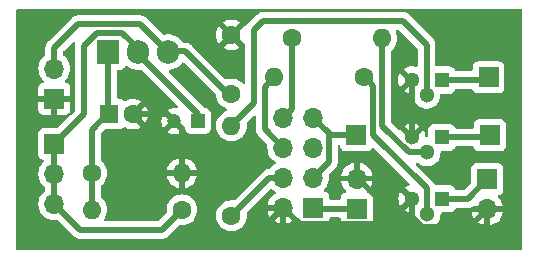
<source format=gbr>
G04 #@! TF.GenerationSoftware,KiCad,Pcbnew,7.0.10*
G04 #@! TF.CreationDate,2024-01-10T16:23:23+01:00*
G04 #@! TF.ProjectId,DeskLampCircuit,4465736b-4c61-46d7-9043-697263756974,rev?*
G04 #@! TF.SameCoordinates,PX134cdfaPY32b0130*
G04 #@! TF.FileFunction,Copper,L2,Bot*
G04 #@! TF.FilePolarity,Positive*
%FSLAX46Y46*%
G04 Gerber Fmt 4.6, Leading zero omitted, Abs format (unit mm)*
G04 Created by KiCad (PCBNEW 7.0.10) date 2024-01-10 16:23:23*
%MOMM*%
%LPD*%
G01*
G04 APERTURE LIST*
G04 #@! TA.AperFunction,ComponentPad*
%ADD10R,1.700000X1.700000*%
G04 #@! TD*
G04 #@! TA.AperFunction,ComponentPad*
%ADD11O,1.700000X1.700000*%
G04 #@! TD*
G04 #@! TA.AperFunction,ComponentPad*
%ADD12C,1.600000*%
G04 #@! TD*
G04 #@! TA.AperFunction,ComponentPad*
%ADD13O,1.600000X1.600000*%
G04 #@! TD*
G04 #@! TA.AperFunction,ComponentPad*
%ADD14R,1.300000X1.300000*%
G04 #@! TD*
G04 #@! TA.AperFunction,ComponentPad*
%ADD15C,1.300000*%
G04 #@! TD*
G04 #@! TA.AperFunction,ComponentPad*
%ADD16R,1.200000X1.200000*%
G04 #@! TD*
G04 #@! TA.AperFunction,ComponentPad*
%ADD17C,1.200000*%
G04 #@! TD*
G04 #@! TA.AperFunction,ComponentPad*
%ADD18R,1.905000X2.000000*%
G04 #@! TD*
G04 #@! TA.AperFunction,ComponentPad*
%ADD19O,1.905000X2.000000*%
G04 #@! TD*
G04 #@! TA.AperFunction,ComponentPad*
%ADD20R,1.600000X1.600000*%
G04 #@! TD*
G04 #@! TA.AperFunction,Conductor*
%ADD21C,0.500000*%
G04 #@! TD*
G04 APERTURE END LIST*
D10*
G04 #@! TO.P,J8,1,Pin_1*
G04 #@! TO.N,Net-(J8-Pin_1)*
X39927817Y5975000D03*
D11*
G04 #@! TO.P,J8,2,Pin_2*
G04 #@! TO.N,GND*
X39927817Y3435000D03*
G04 #@! TD*
D10*
G04 #@! TO.P,J1,1,Pin_1*
G04 #@! TO.N,touch*
X25189999Y3580000D03*
D11*
G04 #@! TO.P,J1,2,Pin_2*
G04 #@! TO.N,GND*
X22649999Y3580000D03*
G04 #@! TO.P,J1,3,Pin_3*
G04 #@! TO.N,+3.3V*
X25189999Y6120000D03*
G04 #@! TO.P,J1,4,Pin_4*
G04 #@! TO.N,blue*
X22649999Y6120000D03*
G04 #@! TO.P,J1,5,Pin_5*
G04 #@! TO.N,unconnected-(J1-Pin_5-Pad5)*
X25189999Y8660000D03*
G04 #@! TO.P,J1,6,Pin_6*
G04 #@! TO.N,green*
X22649999Y8660000D03*
G04 #@! TO.P,J1,7,Pin_7*
G04 #@! TO.N,+3.3V*
X25189999Y11200000D03*
G04 #@! TO.P,J1,8,Pin_8*
G04 #@! TO.N,red*
X22649999Y11200000D03*
G04 #@! TD*
D12*
G04 #@! TO.P,R4,1*
G04 #@! TO.N,Net-(Q2-B)*
X29509999Y14600000D03*
D13*
G04 #@! TO.P,R4,2*
G04 #@! TO.N,green*
X21889999Y14600000D03*
G04 #@! TD*
D12*
G04 #@! TO.P,R2,1*
G04 #@! TO.N,Net-(U1-ADJ)*
X6442182Y6500000D03*
D13*
G04 #@! TO.P,R2,2*
G04 #@! TO.N,GND*
X14062182Y6500000D03*
G04 #@! TD*
D10*
G04 #@! TO.P,J9,1,Pin_1*
G04 #@! TO.N,+3.3V*
X28834365Y9700000D03*
G04 #@! TD*
G04 #@! TO.P,J6,1,Pin_1*
G04 #@! TO.N,Net-(J6-Pin_1)*
X40027817Y14600000D03*
G04 #@! TD*
D12*
G04 #@! TO.P,R3,1*
G04 #@! TO.N,red*
X23379999Y17900000D03*
D13*
G04 #@! TO.P,R3,2*
G04 #@! TO.N,Net-(Q1-B)*
X30999999Y17900000D03*
G04 #@! TD*
D14*
G04 #@! TO.P,Q3,1,C*
G04 #@! TO.N,Net-(J6-Pin_1)*
X36052817Y14380000D03*
D15*
G04 #@! TO.P,Q3,2,B*
G04 #@! TO.N,Net-(Q3-B)*
X34782817Y13110000D03*
G04 #@! TO.P,Q3,3,E*
G04 #@! TO.N,GND*
X33512817Y14380000D03*
G04 #@! TD*
D16*
G04 #@! TO.P,C3,1*
G04 #@! TO.N,+3.3V*
X15434782Y10900000D03*
D17*
G04 #@! TO.P,C3,2*
G04 #@! TO.N,GND*
X13434782Y10900000D03*
G04 #@! TD*
D12*
G04 #@! TO.P,C1,1*
G04 #@! TO.N,VCC*
X18262182Y13200000D03*
G04 #@! TO.P,C1,2*
G04 #@! TO.N,GND*
X18262182Y18200000D03*
G04 #@! TD*
D14*
G04 #@! TO.P,Q2,1,C*
G04 #@! TO.N,Net-(J8-Pin_1)*
X36082817Y4320000D03*
D15*
G04 #@! TO.P,Q2,2,B*
G04 #@! TO.N,Net-(Q2-B)*
X34812817Y3050000D03*
G04 #@! TO.P,Q2,3,E*
G04 #@! TO.N,GND*
X33542817Y4320000D03*
G04 #@! TD*
D10*
G04 #@! TO.P,J7,1,Pin_1*
G04 #@! TO.N,Net-(J7-Pin_1)*
X40127817Y9700000D03*
G04 #@! TD*
D18*
G04 #@! TO.P,U1,1,ADJ*
G04 #@! TO.N,Net-(U1-ADJ)*
X7822182Y16755000D03*
D19*
G04 #@! TO.P,U1,2,VO*
G04 #@! TO.N,+3.3V*
X10362182Y16755000D03*
G04 #@! TO.P,U1,3,VI*
G04 #@! TO.N,VCC*
X12902182Y16755000D03*
G04 #@! TD*
D20*
G04 #@! TO.P,C2,1*
G04 #@! TO.N,Net-(U1-ADJ)*
X7907070Y11500000D03*
D12*
G04 #@! TO.P,C2,2*
G04 #@! TO.N,GND*
X9907070Y11500000D03*
G04 #@! TD*
D10*
G04 #@! TO.P,J5,1,Pin_1*
G04 #@! TO.N,+3.3V*
X3262182Y8980000D03*
D11*
G04 #@! TO.P,J5,2,Pin_2*
X3262182Y6440000D03*
G04 #@! TO.P,J5,3,Pin_3*
X3262182Y3900000D03*
G04 #@! TD*
D12*
G04 #@! TO.P,R1,1*
G04 #@! TO.N,+3.3V*
X14072182Y3400000D03*
D13*
G04 #@! TO.P,R1,2*
G04 #@! TO.N,Net-(U1-ADJ)*
X6452182Y3400000D03*
G04 #@! TD*
D14*
G04 #@! TO.P,Q1,1,C*
G04 #@! TO.N,Net-(J7-Pin_1)*
X36082817Y9520000D03*
D15*
G04 #@! TO.P,Q1,2,B*
G04 #@! TO.N,Net-(Q1-B)*
X34812817Y8250000D03*
G04 #@! TO.P,Q1,3,E*
G04 #@! TO.N,GND*
X33542817Y9520000D03*
G04 #@! TD*
D10*
G04 #@! TO.P,J2,1,Pin_1*
G04 #@! TO.N,GND*
X3262182Y12800000D03*
D11*
G04 #@! TO.P,J2,2,Pin_2*
G04 #@! TO.N,VCC*
X3262182Y15340000D03*
G04 #@! TD*
D12*
G04 #@! TO.P,R5,1*
G04 #@! TO.N,blue*
X18262182Y2890000D03*
D13*
G04 #@! TO.P,R5,2*
G04 #@! TO.N,Net-(Q3-B)*
X18262182Y10510000D03*
G04 #@! TD*
D10*
G04 #@! TO.P,J3,1,Pin_1*
G04 #@! TO.N,touch*
X28862182Y3500000D03*
D11*
G04 #@! TO.P,J3,2,Pin_2*
G04 #@! TO.N,GND*
X28862182Y6040000D03*
G04 #@! TD*
D21*
G04 #@! TO.N,Net-(U1-ADJ)*
X7822182Y16755000D02*
X7822182Y11584888D01*
X6442182Y10180000D02*
X7762182Y11500000D01*
X7762182Y11500000D02*
X7907070Y11500000D01*
X7822182Y11584888D02*
X7907070Y11500000D01*
X6452182Y6490000D02*
X6442182Y6500000D01*
X7942182Y11464888D02*
X7907070Y11500000D01*
X6452182Y3400000D02*
X6452182Y6490000D01*
X6442182Y6500000D02*
X6442182Y10180000D01*
G04 #@! TO.N,+3.3V*
X15462182Y11500000D02*
X10362182Y16600000D01*
X5462182Y1700000D02*
X3262182Y3900000D01*
X26489999Y7420000D02*
X26489999Y9900000D01*
X5762182Y17300000D02*
X6862182Y18400000D01*
X10362182Y17067500D02*
X10362182Y16755000D01*
X3262182Y6440000D02*
X3262182Y8980000D01*
X3262182Y3900000D02*
X3262182Y6440000D01*
X12372182Y1700000D02*
X5462182Y1700000D01*
X26489999Y9900000D02*
X25189999Y11200000D01*
X26689999Y9700000D02*
X26489999Y9900000D01*
X25189999Y6120000D02*
X26489999Y7420000D01*
X3262182Y8980000D02*
X5762182Y11480000D01*
X6862182Y18400000D02*
X9029682Y18400000D01*
X14072182Y3400000D02*
X12372182Y1700000D01*
X9029682Y18400000D02*
X10362182Y17067500D01*
X10362182Y16600000D02*
X10362182Y16755000D01*
X5762182Y11480000D02*
X5762182Y17300000D01*
X28834365Y9700000D02*
X26689999Y9700000D01*
G04 #@! TO.N,red*
X22649999Y11200000D02*
X23379999Y11930000D01*
X23379999Y11930000D02*
X23379999Y17900000D01*
G04 #@! TO.N,green*
X21090000Y10219999D02*
X21090000Y13800001D01*
X22649999Y8660000D02*
X21090000Y10219999D01*
X21090000Y13800001D02*
X21889999Y14600000D01*
G04 #@! TO.N,touch*
X28989999Y3500000D02*
X25269999Y3500000D01*
X25269999Y3500000D02*
X25189999Y3580000D01*
G04 #@! TO.N,GND*
X9907070Y11500000D02*
X12834782Y11500000D01*
X33542817Y2764365D02*
X33542817Y4320000D01*
X34357182Y1950000D02*
X33542817Y2764365D01*
X13434782Y10900000D02*
X14062182Y10272600D01*
X12834782Y11500000D02*
X13434782Y10900000D01*
X39927817Y3435000D02*
X38442817Y1950000D01*
X38442817Y1950000D02*
X34357182Y1950000D01*
X28989999Y6040000D02*
X30889999Y4140000D01*
X30389999Y2200000D02*
X24029999Y2200000D01*
X33512817Y14380000D02*
X33512817Y9550000D01*
X14062182Y10272600D02*
X14062182Y6500000D01*
X30889999Y2700000D02*
X30389999Y2200000D01*
X30889999Y4140000D02*
X30889999Y2700000D01*
X24029999Y2200000D02*
X22649999Y3580000D01*
X10507070Y10900000D02*
X9907070Y11500000D01*
X22649999Y3580000D02*
X21669999Y2600000D01*
X33512817Y9550000D02*
X33542817Y9520000D01*
G04 #@! TO.N,blue*
X22629999Y6100000D02*
X22649999Y6120000D01*
X21472182Y6100000D02*
X22629999Y6100000D01*
X18162182Y2790000D02*
X21472182Y6100000D01*
G04 #@! TO.N,VCC*
X12902182Y16755000D02*
X12947182Y16800000D01*
X17962182Y13200000D02*
X18262182Y13200000D01*
X5262182Y19100000D02*
X3262182Y17100000D01*
X10557182Y19100000D02*
X5262182Y19100000D01*
X12947182Y16800000D02*
X14362182Y16800000D01*
X12902182Y16755000D02*
X10557182Y19100000D01*
X3262182Y17100000D02*
X3262182Y15340000D01*
X14362182Y16800000D02*
X17962182Y13200000D01*
G04 #@! TO.N,Net-(Q1-B)*
X33257182Y8250000D02*
X30999999Y10507183D01*
X30999999Y11669365D02*
X30999999Y17900000D01*
X30999999Y10507183D02*
X30999999Y11669365D01*
X34812817Y8250000D02*
X33257182Y8250000D01*
X31089999Y17900000D02*
X30999999Y17900000D01*
G04 #@! TO.N,Net-(Q2-B)*
X30262182Y9765635D02*
X34812817Y5215000D01*
X29509999Y14600000D02*
X29562182Y14600000D01*
X34812817Y5215000D02*
X34812817Y3050000D01*
X29562182Y14600000D02*
X30262182Y13900000D01*
X30262182Y13900000D02*
X30262182Y9765635D01*
G04 #@! TO.N,Net-(Q3-B)*
X20162182Y12410000D02*
X18262182Y10510000D01*
X34782817Y17379365D02*
X32762182Y19400000D01*
X20962182Y19400000D02*
X20162182Y18600000D01*
X34782817Y13110000D02*
X34782817Y17379365D01*
X32762182Y19400000D02*
X20962182Y19400000D01*
X20162182Y18600000D02*
X20162182Y12410000D01*
G04 #@! TO.N,Net-(J6-Pin_1)*
X39807817Y14380000D02*
X36052817Y14380000D01*
X40027817Y14600000D02*
X39807817Y14380000D01*
G04 #@! TO.N,Net-(J7-Pin_1)*
X39947817Y9520000D02*
X40127817Y9700000D01*
X36082817Y9520000D02*
X39947817Y9520000D01*
G04 #@! TO.N,Net-(J8-Pin_1)*
X38272817Y4320000D02*
X39927817Y5975000D01*
X36082817Y4320000D02*
X38272817Y4320000D01*
G04 #@! TD*
G04 #@! TA.AperFunction,Conductor*
G04 #@! TO.N,GND*
G36*
X20977306Y20387205D02*
G01*
X21001737Y20398284D01*
X21019060Y20399500D01*
X32783812Y20399500D01*
X32814335Y20390538D01*
X32836530Y20399084D01*
X32846684Y20399500D01*
X42775500Y20399500D01*
X42842539Y20379815D01*
X42888294Y20327011D01*
X42899500Y20275500D01*
X42899500Y124500D01*
X42879815Y57461D01*
X42827011Y11706D01*
X42775500Y500D01*
X124500Y500D01*
X57461Y20185D01*
X11706Y72989D01*
X500Y124500D01*
X500Y3900000D01*
X1906523Y3900000D01*
X1927118Y3664600D01*
X1927120Y3664587D01*
X1988276Y3436345D01*
X1988278Y3436341D01*
X1988279Y3436337D01*
X2034835Y3336498D01*
X2088147Y3222170D01*
X2088149Y3222166D01*
X2162007Y3116687D01*
X2223687Y3028599D01*
X2390781Y2861505D01*
X2487566Y2793735D01*
X2584347Y2725968D01*
X2584349Y2725967D01*
X2584352Y2725965D01*
X2798519Y2626097D01*
X3026774Y2564937D01*
X3215100Y2548461D01*
X3262181Y2544341D01*
X3262182Y2544341D01*
X3262183Y2544341D01*
X3297466Y2547429D01*
X3475195Y2562978D01*
X3543694Y2549212D01*
X3573683Y2527131D01*
X4886452Y1214362D01*
X4898233Y1200730D01*
X4912570Y1181472D01*
X4950519Y1149628D01*
X4958492Y1142321D01*
X4962399Y1138414D01*
X4962405Y1138409D01*
X4986719Y1119184D01*
X4989500Y1116920D01*
X5017138Y1093729D01*
X5046971Y1068695D01*
X5053000Y1064730D01*
X5052967Y1064681D01*
X5059329Y1060628D01*
X5059361Y1060679D01*
X5065501Y1056892D01*
X5065505Y1056889D01*
X5104159Y1038865D01*
X5133502Y1025181D01*
X5136748Y1023609D01*
X5203744Y989962D01*
X5210539Y987489D01*
X5210518Y987433D01*
X5217639Y984957D01*
X5217658Y985014D01*
X5224501Y982747D01*
X5224509Y982743D01*
X5298077Y967553D01*
X5301410Y966814D01*
X5374461Y949500D01*
X5374463Y949500D01*
X5374467Y949499D01*
X5381635Y948661D01*
X5381628Y948602D01*
X5389126Y947836D01*
X5389132Y947895D01*
X5396321Y947266D01*
X5396325Y947267D01*
X5396326Y947266D01*
X5471312Y949448D01*
X5474919Y949500D01*
X12308477Y949500D01*
X12326447Y948191D01*
X12350205Y944711D01*
X12399551Y949029D01*
X12410358Y949500D01*
X12415886Y949500D01*
X12415891Y949500D01*
X12446738Y953107D01*
X12450212Y953461D01*
X12524979Y960001D01*
X12524987Y960004D01*
X12532048Y961461D01*
X12532060Y961402D01*
X12539425Y963035D01*
X12539411Y963094D01*
X12546431Y964759D01*
X12546437Y964759D01*
X12616961Y990428D01*
X12620299Y991588D01*
X12691516Y1015186D01*
X12691524Y1015192D01*
X12698064Y1018240D01*
X12698090Y1018184D01*
X12704872Y1021468D01*
X12704845Y1021522D01*
X12711295Y1024762D01*
X12711299Y1024763D01*
X12774019Y1066016D01*
X12776914Y1067860D01*
X12840838Y1107288D01*
X12840844Y1107295D01*
X12846507Y1111771D01*
X12846545Y1111723D01*
X12852382Y1116478D01*
X12852343Y1116525D01*
X12857873Y1121167D01*
X12857878Y1121170D01*
X12909366Y1175746D01*
X12911813Y1178265D01*
X13806834Y2073286D01*
X13868155Y2106769D01*
X13905317Y2109131D01*
X14048548Y2096600D01*
X14072181Y2094532D01*
X14072182Y2094532D01*
X14072184Y2094532D01*
X14128855Y2099491D01*
X14298874Y2114365D01*
X14518678Y2173261D01*
X14724916Y2269432D01*
X14911321Y2399953D01*
X15072229Y2560861D01*
X15202750Y2747266D01*
X15298921Y2953504D01*
X15357817Y3173308D01*
X15377650Y3400000D01*
X15357817Y3626692D01*
X15298921Y3846496D01*
X15202750Y4052734D01*
X15072229Y4239139D01*
X15072227Y4239142D01*
X14911323Y4400046D01*
X14724916Y4530568D01*
X14724914Y4530569D01*
X14518679Y4626739D01*
X14518670Y4626742D01*
X14298879Y4685634D01*
X14298875Y4685635D01*
X14298874Y4685635D01*
X14298873Y4685636D01*
X14298868Y4685636D01*
X14072184Y4705468D01*
X14072180Y4705468D01*
X13845495Y4685636D01*
X13845484Y4685634D01*
X13625693Y4626742D01*
X13625684Y4626739D01*
X13419449Y4530569D01*
X13419447Y4530568D01*
X13233040Y4400046D01*
X13072136Y4239142D01*
X12941614Y4052735D01*
X12941613Y4052733D01*
X12845443Y3846498D01*
X12845440Y3846489D01*
X12786548Y3626698D01*
X12786546Y3626687D01*
X12766714Y3400002D01*
X12766714Y3399997D01*
X12781311Y3233139D01*
X12767544Y3164640D01*
X12745464Y3134652D01*
X12097633Y2486819D01*
X12036310Y2453334D01*
X12009952Y2450500D01*
X7613154Y2450500D01*
X7546115Y2470185D01*
X7500360Y2522989D01*
X7490416Y2592147D01*
X7511579Y2645623D01*
X7515048Y2650577D01*
X7582750Y2747266D01*
X7678921Y2953504D01*
X7737817Y3173308D01*
X7757650Y3400000D01*
X7737817Y3626692D01*
X7678921Y3846496D01*
X7582750Y4052734D01*
X7493028Y4180871D01*
X7452230Y4239138D01*
X7383907Y4307461D01*
X7291321Y4400047D01*
X7272351Y4413330D01*
X7255557Y4425090D01*
X7211933Y4479668D01*
X7202682Y4526664D01*
X7202682Y5380340D01*
X7222367Y5447379D01*
X7255557Y5481914D01*
X7281321Y5499953D01*
X7442229Y5660861D01*
X7572750Y5847266D01*
X7668921Y6053504D01*
X7727817Y6273308D01*
X7747650Y6500000D01*
X7747344Y6503493D01*
X7739598Y6592033D01*
X7727817Y6726692D01*
X7721571Y6750001D01*
X12783309Y6750001D01*
X12783310Y6750000D01*
X13746496Y6750000D01*
X13734541Y6738045D01*
X13677017Y6625148D01*
X13657196Y6500000D01*
X13677017Y6374852D01*
X13734541Y6261955D01*
X13746496Y6250000D01*
X12783310Y6250000D01*
X12835912Y6053683D01*
X12835916Y6053674D01*
X12932047Y5847518D01*
X13062524Y5661180D01*
X13223361Y5500343D01*
X13409699Y5369866D01*
X13615855Y5273735D01*
X13615864Y5273731D01*
X13812181Y5221128D01*
X13812182Y5221129D01*
X13812182Y6184314D01*
X13824137Y6172359D01*
X13937034Y6114835D01*
X14030701Y6100000D01*
X14093663Y6100000D01*
X14187330Y6114835D01*
X14300227Y6172359D01*
X14312182Y6184314D01*
X14312182Y5221128D01*
X14508499Y5273731D01*
X14508508Y5273735D01*
X14714664Y5369866D01*
X14901002Y5500343D01*
X15061839Y5661180D01*
X15192316Y5847518D01*
X15288447Y6053674D01*
X15288451Y6053683D01*
X15341054Y6250000D01*
X14377868Y6250000D01*
X14389823Y6261955D01*
X14447347Y6374852D01*
X14467168Y6500000D01*
X14447347Y6625148D01*
X14389823Y6738045D01*
X14377868Y6750000D01*
X15341054Y6750000D01*
X15341054Y6750001D01*
X15288451Y6946318D01*
X15288447Y6946327D01*
X15192316Y7152483D01*
X15061839Y7338821D01*
X14901002Y7499658D01*
X14714664Y7630135D01*
X14508510Y7726266D01*
X14312182Y7778873D01*
X14312182Y6815686D01*
X14300227Y6827641D01*
X14187330Y6885165D01*
X14093663Y6900000D01*
X14030701Y6900000D01*
X13937034Y6885165D01*
X13824137Y6827641D01*
X13812182Y6815686D01*
X13812182Y7778873D01*
X13615853Y7726266D01*
X13409699Y7630135D01*
X13223361Y7499658D01*
X13062524Y7338821D01*
X12932047Y7152483D01*
X12835916Y6946327D01*
X12835912Y6946318D01*
X12783309Y6750001D01*
X7721571Y6750001D01*
X7672676Y6932483D01*
X7668923Y6946489D01*
X7668920Y6946498D01*
X7572750Y7152734D01*
X7461650Y7311403D01*
X7442230Y7339138D01*
X7368868Y7412500D01*
X7281321Y7500047D01*
X7276555Y7503385D01*
X7245557Y7525090D01*
X7201933Y7579668D01*
X7192682Y7626664D01*
X7192682Y9817771D01*
X7212367Y9884810D01*
X7228997Y9905448D01*
X7289309Y9965760D01*
X12854093Y9965760D01*
X12942367Y9911103D01*
X13132460Y9837461D01*
X13332854Y9800000D01*
X13536710Y9800000D01*
X13737104Y9837461D01*
X13927194Y9911101D01*
X13927198Y9911103D01*
X14015468Y9965759D01*
X14015468Y9965760D01*
X13434783Y10546447D01*
X13434782Y10546447D01*
X12854093Y9965760D01*
X7289309Y9965760D01*
X7486731Y10163183D01*
X7548054Y10196667D01*
X7574412Y10199501D01*
X8754941Y10199501D01*
X8754942Y10199501D01*
X8814553Y10205909D01*
X8949401Y10256204D01*
X9064616Y10342454D01*
X9071420Y10351545D01*
X9127350Y10393416D01*
X9197041Y10398403D01*
X9241810Y10378812D01*
X9254582Y10369870D01*
X9254588Y10369866D01*
X9460743Y10273735D01*
X9460752Y10273731D01*
X9680459Y10214861D01*
X9680470Y10214859D01*
X9907068Y10195034D01*
X9907072Y10195034D01*
X10133669Y10214859D01*
X10133680Y10214861D01*
X10353387Y10273731D01*
X10353401Y10273736D01*
X10559548Y10369864D01*
X10632541Y10420976D01*
X9951470Y11102047D01*
X10032218Y11114835D01*
X10145115Y11172359D01*
X10234711Y11261955D01*
X10292235Y11374852D01*
X10305023Y11455600D01*
X10986094Y10774529D01*
X11037206Y10847522D01*
X11061677Y10900000D01*
X12330069Y10900000D01*
X12348878Y10697011D01*
X12348879Y10697008D01*
X12404665Y10500937D01*
X12404668Y10500931D01*
X12495533Y10318449D01*
X12497315Y10316089D01*
X13081228Y10900000D01*
X12497315Y11483913D01*
X12495537Y11481558D01*
X12495536Y11481557D01*
X12404668Y11299070D01*
X12404665Y11299064D01*
X12348879Y11102993D01*
X12348878Y11102990D01*
X12330069Y10900001D01*
X12330069Y10900000D01*
X11061677Y10900000D01*
X11133334Y11053669D01*
X11133339Y11053683D01*
X11192209Y11273390D01*
X11192211Y11273401D01*
X11212036Y11499998D01*
X11212036Y11500003D01*
X11192211Y11726600D01*
X11192209Y11726611D01*
X11133339Y11946318D01*
X11133334Y11946332D01*
X11037206Y12152479D01*
X11037202Y12152487D01*
X10986095Y12225474D01*
X10305023Y11544402D01*
X10292235Y11625148D01*
X10234711Y11738045D01*
X10145115Y11827641D01*
X10032218Y11885165D01*
X9951470Y11897954D01*
X10632542Y12579026D01*
X10559548Y12630137D01*
X10353401Y12726265D01*
X10353387Y12726270D01*
X10133680Y12785140D01*
X10133669Y12785142D01*
X9907072Y12804966D01*
X9907068Y12804966D01*
X9680470Y12785142D01*
X9680459Y12785140D01*
X9460752Y12726270D01*
X9460743Y12726266D01*
X9254582Y12630132D01*
X9254577Y12630129D01*
X9241806Y12621187D01*
X9175599Y12598862D01*
X9107833Y12615876D01*
X9071422Y12648454D01*
X9064616Y12657546D01*
X9064614Y12657547D01*
X9064614Y12657548D01*
X8949405Y12743794D01*
X8949398Y12743798D01*
X8814552Y12794092D01*
X8814553Y12794092D01*
X8754953Y12800499D01*
X8754951Y12800500D01*
X8754943Y12800500D01*
X8754935Y12800500D01*
X8696682Y12800500D01*
X8629643Y12820185D01*
X8583888Y12872989D01*
X8572682Y12924500D01*
X8572682Y15130501D01*
X8592367Y15197540D01*
X8645171Y15243295D01*
X8696682Y15254501D01*
X8822553Y15254501D01*
X8822554Y15254501D01*
X8882165Y15260909D01*
X9017013Y15311204D01*
X9132228Y15397454D01*
X9218478Y15512669D01*
X9229907Y15543313D01*
X9271776Y15599245D01*
X9337240Y15623664D01*
X9405513Y15608814D01*
X9422251Y15597833D01*
X9564734Y15486934D01*
X9564740Y15486930D01*
X9564743Y15486928D01*
X9699787Y15413846D01*
X9748386Y15387545D01*
X9776518Y15372321D01*
X9839900Y15350562D01*
X10004265Y15294135D01*
X10004267Y15294135D01*
X10004269Y15294134D01*
X10241783Y15254500D01*
X10241784Y15254500D01*
X10482579Y15254500D01*
X10482581Y15254500D01*
X10559943Y15267410D01*
X10629305Y15259028D01*
X10668032Y15232782D01*
X12473181Y13427633D01*
X13701376Y12199439D01*
X13734861Y12138116D01*
X13729877Y12068424D01*
X13688005Y12012491D01*
X13622541Y11988074D01*
X13590911Y11989869D01*
X13536711Y12000000D01*
X13332854Y12000000D01*
X13132460Y11962540D01*
X12942370Y11888900D01*
X12942363Y11888896D01*
X12854094Y11834243D01*
X12854093Y11834242D01*
X13488335Y11200000D01*
X13406980Y11200000D01*
X13324532Y11184588D01*
X13229172Y11125543D01*
X13161581Y11036038D01*
X13130887Y10928160D01*
X13141236Y10816479D01*
X13191230Y10716078D01*
X13274116Y10640516D01*
X13378702Y10600000D01*
X13462584Y10600000D01*
X13545032Y10615412D01*
X13640392Y10674457D01*
X13707983Y10763962D01*
X13738677Y10871840D01*
X13730729Y10957606D01*
X14297963Y10390372D01*
X14331448Y10329049D01*
X14334282Y10302693D01*
X14334282Y10252131D01*
X14334283Y10252124D01*
X14340690Y10192517D01*
X14390984Y10057672D01*
X14390988Y10057665D01*
X14477234Y9942456D01*
X14477237Y9942453D01*
X14592446Y9856207D01*
X14592453Y9856203D01*
X14727299Y9805909D01*
X14727298Y9805909D01*
X14734226Y9805165D01*
X14786909Y9799500D01*
X16082654Y9799501D01*
X16142265Y9805909D01*
X16277113Y9856204D01*
X16392328Y9942454D01*
X16478578Y10057669D01*
X16528873Y10192517D01*
X16535282Y10252127D01*
X16535281Y11547872D01*
X16528873Y11607483D01*
X16522284Y11625148D01*
X16478579Y11742329D01*
X16478575Y11742336D01*
X16392329Y11857545D01*
X16392326Y11857548D01*
X16277117Y11943794D01*
X16277110Y11943798D01*
X16142264Y11994092D01*
X16142265Y11994092D01*
X16082665Y12000499D01*
X16082663Y12000500D01*
X16082655Y12000500D01*
X16082647Y12000500D01*
X16074412Y12000500D01*
X16007373Y12020185D01*
X15986731Y12036819D01*
X12975646Y15047904D01*
X12942161Y15109227D01*
X12947145Y15178919D01*
X12989017Y15234852D01*
X13042916Y15257894D01*
X13260095Y15294134D01*
X13487846Y15372321D01*
X13699621Y15486928D01*
X13889645Y15634829D01*
X14052733Y15811990D01*
X14062507Y15826952D01*
X14115649Y15872310D01*
X14184880Y15881737D01*
X14248218Y15852239D01*
X14253999Y15846815D01*
X16930159Y13170655D01*
X16963644Y13109332D01*
X16966006Y13093782D01*
X16976546Y12973313D01*
X16976548Y12973303D01*
X17035440Y12753512D01*
X17035443Y12753503D01*
X17131613Y12547268D01*
X17131614Y12547266D01*
X17262136Y12360859D01*
X17423040Y12199955D01*
X17423043Y12199953D01*
X17609448Y12069432D01*
X17815686Y11973261D01*
X17815693Y11973259D01*
X17820471Y11971519D01*
X17876732Y11930089D01*
X17901663Y11864818D01*
X17887348Y11796431D01*
X17838333Y11746638D01*
X17820471Y11738481D01*
X17815688Y11736740D01*
X17609449Y11640569D01*
X17609447Y11640568D01*
X17423040Y11510046D01*
X17262136Y11349142D01*
X17131614Y11162735D01*
X17131613Y11162733D01*
X17035443Y10956498D01*
X17035440Y10956489D01*
X16976548Y10736698D01*
X16976546Y10736687D01*
X16956714Y10510002D01*
X16956714Y10509999D01*
X16976546Y10283314D01*
X16976548Y10283303D01*
X17035440Y10063512D01*
X17035443Y10063503D01*
X17131613Y9857268D01*
X17131614Y9857266D01*
X17262136Y9670859D01*
X17423040Y9509955D01*
X17423043Y9509953D01*
X17609448Y9379432D01*
X17815686Y9283261D01*
X18035490Y9224365D01*
X18197412Y9210199D01*
X18262180Y9204532D01*
X18262182Y9204532D01*
X18262184Y9204532D01*
X18318855Y9209491D01*
X18488874Y9224365D01*
X18708678Y9283261D01*
X18914916Y9379432D01*
X19101321Y9509953D01*
X19262229Y9670861D01*
X19392750Y9857266D01*
X19488921Y10063504D01*
X19547817Y10283308D01*
X19567650Y10510000D01*
X19553051Y10676863D01*
X19566817Y10745361D01*
X19588895Y10775347D01*
X20127820Y11314271D01*
X20189142Y11347755D01*
X20258834Y11342771D01*
X20314767Y11300899D01*
X20339184Y11235435D01*
X20339500Y11226589D01*
X20339500Y10283705D01*
X20338191Y10265736D01*
X20334710Y10241974D01*
X20339028Y10192631D01*
X20339500Y10181823D01*
X20339500Y10176288D01*
X20343098Y10145504D01*
X20343464Y10141916D01*
X20350000Y10067208D01*
X20351461Y10060132D01*
X20351403Y10060121D01*
X20353034Y10052762D01*
X20353092Y10052775D01*
X20354757Y10045750D01*
X20380400Y9975294D01*
X20381582Y9971892D01*
X20405182Y9900673D01*
X20408236Y9894125D01*
X20408182Y9894101D01*
X20411470Y9887311D01*
X20411521Y9887336D01*
X20414761Y9880885D01*
X20455979Y9818215D01*
X20457889Y9815217D01*
X20481159Y9777492D01*
X20497289Y9751341D01*
X20501766Y9745680D01*
X20501719Y9745643D01*
X20506482Y9739797D01*
X20506528Y9739835D01*
X20511173Y9734300D01*
X20565707Y9682850D01*
X20568295Y9680336D01*
X21277129Y8971502D01*
X21310614Y8910179D01*
X21312976Y8873014D01*
X21294340Y8660003D01*
X21294340Y8660000D01*
X21314935Y8424597D01*
X21314937Y8424587D01*
X21376093Y8196345D01*
X21376095Y8196341D01*
X21376096Y8196337D01*
X21379999Y8187968D01*
X21475964Y7982170D01*
X21475966Y7982166D01*
X21542132Y7887672D01*
X21611500Y7788604D01*
X21611505Y7788598D01*
X21778596Y7621507D01*
X21778602Y7621502D01*
X21964157Y7491575D01*
X22007782Y7436998D01*
X22014976Y7367500D01*
X21983453Y7305145D01*
X21964157Y7288425D01*
X21778596Y7158495D01*
X21611507Y6991405D01*
X21611502Y6991399D01*
X21550799Y6904707D01*
X21496222Y6861083D01*
X21460037Y6852304D01*
X21456498Y6851995D01*
X21444807Y6850972D01*
X21434007Y6850500D01*
X21428466Y6850500D01*
X21397683Y6846902D01*
X21394098Y6846536D01*
X21319381Y6839999D01*
X21312314Y6838540D01*
X21312302Y6838596D01*
X21304945Y6836965D01*
X21304959Y6836908D01*
X21297922Y6835240D01*
X21227413Y6809579D01*
X21224036Y6808405D01*
X21192123Y6797829D01*
X21152850Y6784815D01*
X21146308Y6781764D01*
X21146283Y6781817D01*
X21139490Y6778529D01*
X21139516Y6778477D01*
X21133062Y6775236D01*
X21070403Y6734025D01*
X21067363Y6732088D01*
X21003530Y6692715D01*
X20997865Y6688235D01*
X20997829Y6688281D01*
X20991980Y6683516D01*
X20992017Y6683472D01*
X20986492Y6678836D01*
X20986486Y6678831D01*
X20986486Y6678830D01*
X20983254Y6675404D01*
X20935014Y6624274D01*
X20932502Y6621689D01*
X18527530Y4216718D01*
X18466207Y4183233D01*
X18429043Y4180871D01*
X18262185Y4195468D01*
X18262180Y4195468D01*
X18035495Y4175636D01*
X18035484Y4175634D01*
X17815693Y4116742D01*
X17815684Y4116739D01*
X17609449Y4020569D01*
X17609447Y4020568D01*
X17423040Y3890046D01*
X17262136Y3729142D01*
X17131614Y3542735D01*
X17131613Y3542733D01*
X17035443Y3336498D01*
X17035440Y3336489D01*
X16976548Y3116698D01*
X16976546Y3116687D01*
X16956714Y2890002D01*
X16956714Y2889999D01*
X16976546Y2663314D01*
X16976548Y2663303D01*
X17035440Y2443512D01*
X17035443Y2443503D01*
X17131613Y2237268D01*
X17131614Y2237266D01*
X17262136Y2050859D01*
X17423040Y1889955D01*
X17423043Y1889953D01*
X17609448Y1759432D01*
X17815686Y1663261D01*
X18035490Y1604365D01*
X18197412Y1590199D01*
X18262180Y1584532D01*
X18262182Y1584532D01*
X18262184Y1584532D01*
X18318855Y1589491D01*
X18488874Y1604365D01*
X18708678Y1663261D01*
X18914916Y1759432D01*
X19101321Y1889953D01*
X19262229Y2050861D01*
X19392750Y2237266D01*
X19488921Y2443504D01*
X19547817Y2663308D01*
X19567650Y2890000D01*
X19553051Y3056863D01*
X19566817Y3125361D01*
X19588895Y3155347D01*
X21559145Y5125596D01*
X21620468Y5159081D01*
X21690160Y5154097D01*
X21734507Y5125596D01*
X21778596Y5081507D01*
X21778602Y5081502D01*
X21836865Y5040706D01*
X21945438Y4964682D01*
X21964593Y4951270D01*
X22008218Y4896693D01*
X22015412Y4827195D01*
X21983889Y4764840D01*
X21964594Y4748120D01*
X21778921Y4618110D01*
X21778919Y4618109D01*
X21611890Y4451080D01*
X21611885Y4451074D01*
X21476399Y4257580D01*
X21476398Y4257578D01*
X21376569Y4043493D01*
X21376566Y4043487D01*
X21319363Y3830001D01*
X21319363Y3830000D01*
X22216313Y3830000D01*
X22190506Y3789844D01*
X22149999Y3651889D01*
X22149999Y3508111D01*
X22190506Y3370156D01*
X22216313Y3330000D01*
X21319363Y3330000D01*
X21376566Y3116514D01*
X21376569Y3116508D01*
X21476398Y2902422D01*
X21611893Y2708918D01*
X21778916Y2541895D01*
X21972420Y2406400D01*
X22186506Y2306571D01*
X22186515Y2306567D01*
X22399999Y2249366D01*
X22399999Y3144499D01*
X22507684Y3095320D01*
X22614236Y3080000D01*
X22685762Y3080000D01*
X22792314Y3095320D01*
X22899999Y3144499D01*
X22899999Y2249367D01*
X23113482Y2306567D01*
X23113491Y2306571D01*
X23327577Y2406400D01*
X23521077Y2541892D01*
X23643132Y2663947D01*
X23704455Y2697432D01*
X23774147Y2692448D01*
X23830081Y2650577D01*
X23846996Y2619599D01*
X23896201Y2487672D01*
X23896205Y2487665D01*
X23982451Y2372456D01*
X23982454Y2372453D01*
X24097663Y2286207D01*
X24097670Y2286203D01*
X24232516Y2235909D01*
X24232515Y2235909D01*
X24239443Y2235165D01*
X24292126Y2229500D01*
X26087871Y2229501D01*
X26147482Y2235909D01*
X26282330Y2286204D01*
X26397545Y2372454D01*
X26483795Y2487669D01*
X26534090Y2622517D01*
X26535836Y2638758D01*
X26562573Y2703306D01*
X26619966Y2743154D01*
X26659125Y2749500D01*
X27387683Y2749500D01*
X27454722Y2729815D01*
X27500477Y2677011D01*
X27511683Y2625500D01*
X27511683Y2602124D01*
X27518090Y2542517D01*
X27568384Y2407672D01*
X27568388Y2407665D01*
X27654634Y2292456D01*
X27654637Y2292453D01*
X27769846Y2206207D01*
X27769853Y2206203D01*
X27904699Y2155909D01*
X27904698Y2155909D01*
X27911626Y2155165D01*
X27964309Y2149500D01*
X29760054Y2149501D01*
X29819665Y2155909D01*
X29954513Y2206204D01*
X30069728Y2292454D01*
X30155978Y2407669D01*
X30206273Y2542517D01*
X30212682Y2602127D01*
X30212681Y4397872D01*
X30206273Y4457483D01*
X30205315Y4460051D01*
X30155979Y4592329D01*
X30155975Y4592336D01*
X30069729Y4707545D01*
X30069726Y4707548D01*
X29954517Y4793794D01*
X29954510Y4793798D01*
X29822583Y4843003D01*
X29766649Y4884874D01*
X29742232Y4950338D01*
X29757084Y5018611D01*
X29778235Y5046867D01*
X29900290Y5168922D01*
X30035782Y5362422D01*
X30135611Y5576508D01*
X30135614Y5576514D01*
X30192818Y5790000D01*
X29295868Y5790000D01*
X29321675Y5830156D01*
X29362182Y5968111D01*
X29362182Y6111889D01*
X29321675Y6249844D01*
X29295868Y6290000D01*
X30192818Y6290000D01*
X30192817Y6290001D01*
X30135614Y6503487D01*
X30135611Y6503493D01*
X30035782Y6717578D01*
X30035781Y6717580D01*
X29900295Y6911074D01*
X29900290Y6911080D01*
X29733264Y7078106D01*
X29539760Y7213601D01*
X29325674Y7313430D01*
X29325668Y7313433D01*
X29112182Y7370636D01*
X29112182Y6475502D01*
X29004497Y6524680D01*
X28897945Y6540000D01*
X28826419Y6540000D01*
X28719867Y6524680D01*
X28612182Y6475502D01*
X28612182Y7370636D01*
X28612181Y7370636D01*
X28398695Y7313433D01*
X28398689Y7313430D01*
X28184604Y7213601D01*
X28184602Y7213600D01*
X27991108Y7078114D01*
X27991102Y7078109D01*
X27824073Y6911080D01*
X27824068Y6911074D01*
X27688582Y6717580D01*
X27688581Y6717578D01*
X27588752Y6503493D01*
X27588749Y6503487D01*
X27531546Y6290001D01*
X27531546Y6290000D01*
X28428496Y6290000D01*
X28402689Y6249844D01*
X28362182Y6111889D01*
X28362182Y5968111D01*
X28402689Y5830156D01*
X28428496Y5790000D01*
X27531546Y5790000D01*
X27588749Y5576514D01*
X27588752Y5576508D01*
X27688581Y5362422D01*
X27824076Y5168918D01*
X27946128Y5046866D01*
X27979613Y4985543D01*
X27974629Y4915851D01*
X27932757Y4859918D01*
X27901780Y4843003D01*
X27769853Y4793798D01*
X27769846Y4793794D01*
X27654637Y4707548D01*
X27654634Y4707545D01*
X27568388Y4592336D01*
X27568384Y4592329D01*
X27518090Y4457483D01*
X27511683Y4397884D01*
X27511683Y4397877D01*
X27511682Y4397865D01*
X27511682Y4374500D01*
X27491997Y4307461D01*
X27439193Y4261706D01*
X27387682Y4250500D01*
X26664498Y4250500D01*
X26597459Y4270185D01*
X26551704Y4322989D01*
X26540498Y4374500D01*
X26540498Y4477871D01*
X26540497Y4477877D01*
X26540304Y4479668D01*
X26534090Y4537483D01*
X26533001Y4540402D01*
X26483796Y4672329D01*
X26483792Y4672336D01*
X26397546Y4787545D01*
X26397543Y4787548D01*
X26282334Y4873794D01*
X26282327Y4873798D01*
X26150916Y4922811D01*
X26094982Y4964682D01*
X26070565Y5030147D01*
X26085417Y5098420D01*
X26106562Y5126668D01*
X26228494Y5248599D01*
X26364034Y5442170D01*
X26463902Y5656337D01*
X26525062Y5884592D01*
X26545658Y6120000D01*
X26527021Y6333016D01*
X26540787Y6401515D01*
X26562865Y6431501D01*
X26975637Y6844273D01*
X26989266Y6856050D01*
X27008529Y6870390D01*
X27036448Y6903663D01*
X27040365Y6908331D01*
X27047682Y6916316D01*
X27048991Y6917627D01*
X27051590Y6920224D01*
X27070852Y6944587D01*
X27073075Y6947314D01*
X27121301Y7004786D01*
X27121303Y7004791D01*
X27125273Y7010825D01*
X27125324Y7010792D01*
X27129368Y7017140D01*
X27129316Y7017172D01*
X27133105Y7023318D01*
X27133110Y7023323D01*
X27164831Y7091353D01*
X27166357Y7094504D01*
X27200039Y7161567D01*
X27200040Y7161572D01*
X27202507Y7168350D01*
X27202565Y7168329D01*
X27205042Y7175456D01*
X27204985Y7175474D01*
X27207255Y7182324D01*
X27210397Y7197542D01*
X27222438Y7255861D01*
X27223186Y7259238D01*
X27240499Y7332279D01*
X27240499Y7332283D01*
X27240500Y7332287D01*
X27241338Y7339452D01*
X27241397Y7339446D01*
X27242163Y7346946D01*
X27242104Y7346951D01*
X27242733Y7354141D01*
X27240551Y7429131D01*
X27240499Y7432738D01*
X27240499Y8752380D01*
X27260184Y8819419D01*
X27312988Y8865174D01*
X27382146Y8875118D01*
X27445702Y8846093D01*
X27483476Y8787315D01*
X27487789Y8765633D01*
X27490273Y8742517D01*
X27540567Y8607672D01*
X27540571Y8607665D01*
X27626817Y8492456D01*
X27626820Y8492453D01*
X27742029Y8406207D01*
X27742036Y8406203D01*
X27876882Y8355909D01*
X27876881Y8355909D01*
X27883809Y8355165D01*
X27936492Y8349500D01*
X29732237Y8349501D01*
X29791848Y8355909D01*
X29926696Y8406204D01*
X30041911Y8492454D01*
X30128161Y8607669D01*
X30128163Y8607677D01*
X30130227Y8611453D01*
X30133280Y8614507D01*
X30133477Y8614769D01*
X30133514Y8614741D01*
X30179632Y8660859D01*
X30247905Y8675711D01*
X30313369Y8651295D01*
X30326741Y8639708D01*
X33320625Y5645824D01*
X33354110Y5584501D01*
X33349126Y5514809D01*
X33307254Y5458876D01*
X33255731Y5436255D01*
X33226765Y5430840D01*
X33226753Y5430837D01*
X33028027Y5353851D01*
X33028018Y5353846D01*
X32925809Y5290562D01*
X32925808Y5290561D01*
X33521370Y4695000D01*
X33511744Y4695000D01*
X33419371Y4679586D01*
X33309303Y4620019D01*
X33224539Y4527941D01*
X33174266Y4413330D01*
X33168271Y4340994D01*
X32569653Y4939612D01*
X32560876Y4927990D01*
X32465883Y4737217D01*
X32465875Y4737197D01*
X32407555Y4532220D01*
X32407554Y4532217D01*
X32387890Y4320001D01*
X32387890Y4320000D01*
X32407554Y4107784D01*
X32407555Y4107781D01*
X32465875Y3902804D01*
X32465881Y3902789D01*
X32560878Y3712009D01*
X32560881Y3712004D01*
X32569653Y3700390D01*
X33164478Y4295215D01*
X33163931Y4288605D01*
X33194654Y4167281D01*
X33263106Y4062508D01*
X33361869Y3985637D01*
X33480241Y3945000D01*
X33521368Y3945000D01*
X32925808Y3349441D01*
X33028021Y3286153D01*
X33028025Y3286151D01*
X33226753Y3209164D01*
X33226758Y3209163D01*
X33436256Y3170000D01*
X33533388Y3170000D01*
X33600427Y3150315D01*
X33646182Y3097511D01*
X33655307Y3055565D01*
X33656859Y3055708D01*
X33668044Y2935000D01*
X33677061Y2837690D01*
X33713700Y2708918D01*
X33735413Y2632608D01*
X33735413Y2632606D01*
X33830449Y2441747D01*
X33943190Y2292456D01*
X33958945Y2271593D01*
X34116515Y2127948D01*
X34297798Y2015702D01*
X34496619Y1938679D01*
X34706207Y1899500D01*
X34706209Y1899500D01*
X34919425Y1899500D01*
X34919427Y1899500D01*
X35129015Y1938679D01*
X35327836Y2015702D01*
X35509119Y2127948D01*
X35666689Y2271593D01*
X35795183Y2441745D01*
X35818052Y2487672D01*
X35890220Y2632606D01*
X35890220Y2632607D01*
X35890222Y2632611D01*
X35948573Y2837690D01*
X35968246Y3050000D01*
X35968775Y3055708D01*
X35971177Y3055486D01*
X35987931Y3112540D01*
X36040735Y3158295D01*
X36092246Y3169501D01*
X36780688Y3169501D01*
X36780689Y3169501D01*
X36840300Y3175909D01*
X36975148Y3226204D01*
X37090363Y3312454D01*
X37176613Y3427669D01*
X37199426Y3488833D01*
X37241297Y3544767D01*
X37306761Y3569184D01*
X37315608Y3569500D01*
X38209112Y3569500D01*
X38227082Y3568191D01*
X38250840Y3564711D01*
X38300186Y3569029D01*
X38310993Y3569500D01*
X38316521Y3569500D01*
X38316526Y3569500D01*
X38347373Y3573107D01*
X38350847Y3573461D01*
X38425614Y3580001D01*
X38425622Y3580004D01*
X38432683Y3581461D01*
X38432695Y3581402D01*
X38440060Y3583035D01*
X38440046Y3583094D01*
X38447066Y3584759D01*
X38447072Y3584759D01*
X38517596Y3610428D01*
X38520934Y3611588D01*
X38592151Y3635186D01*
X38592159Y3635192D01*
X38598699Y3638240D01*
X38598725Y3638184D01*
X38605507Y3641468D01*
X38605480Y3641522D01*
X38611923Y3644760D01*
X38611934Y3644763D01*
X38642075Y3664587D01*
X38642095Y3664600D01*
X38708922Y3684993D01*
X38710234Y3685000D01*
X39494131Y3685000D01*
X39468324Y3644844D01*
X39427817Y3506889D01*
X39427817Y3363111D01*
X39468324Y3225156D01*
X39494131Y3185000D01*
X38597181Y3185000D01*
X38654384Y2971514D01*
X38654387Y2971508D01*
X38754216Y2757422D01*
X38889711Y2563918D01*
X39056734Y2396895D01*
X39250238Y2261400D01*
X39464324Y2161571D01*
X39464333Y2161567D01*
X39677817Y2104366D01*
X39677817Y2999499D01*
X39785502Y2950320D01*
X39892054Y2935000D01*
X39963580Y2935000D01*
X40070132Y2950320D01*
X40177817Y2999499D01*
X40177817Y2104367D01*
X40391300Y2161567D01*
X40391309Y2161571D01*
X40605395Y2261400D01*
X40798899Y2396895D01*
X40965922Y2563918D01*
X41101417Y2757422D01*
X41201246Y2971508D01*
X41201249Y2971514D01*
X41258453Y3185000D01*
X40361503Y3185000D01*
X40387310Y3225156D01*
X40427817Y3363111D01*
X40427817Y3506889D01*
X40387310Y3644844D01*
X40361503Y3685000D01*
X41258453Y3685000D01*
X41258452Y3685001D01*
X41201249Y3898487D01*
X41201246Y3898493D01*
X41101417Y4112578D01*
X41101416Y4112580D01*
X40965930Y4306074D01*
X40965925Y4306080D01*
X40843870Y4428135D01*
X40810385Y4489458D01*
X40815369Y4559150D01*
X40857241Y4615083D01*
X40888217Y4631998D01*
X41020148Y4681204D01*
X41135363Y4767454D01*
X41221613Y4882669D01*
X41271908Y5017517D01*
X41278317Y5077127D01*
X41278316Y6872872D01*
X41271908Y6932483D01*
X41266681Y6946496D01*
X41221614Y7067329D01*
X41221610Y7067336D01*
X41135364Y7182545D01*
X41135361Y7182548D01*
X41020152Y7268794D01*
X41020145Y7268798D01*
X40885299Y7319092D01*
X40885300Y7319092D01*
X40825700Y7325499D01*
X40825698Y7325500D01*
X40825690Y7325500D01*
X40825681Y7325500D01*
X39029946Y7325500D01*
X39029940Y7325499D01*
X38970333Y7319092D01*
X38835488Y7268798D01*
X38835481Y7268794D01*
X38720272Y7182548D01*
X38720269Y7182545D01*
X38634023Y7067336D01*
X38634019Y7067329D01*
X38583725Y6932483D01*
X38577318Y6872884D01*
X38577318Y6872877D01*
X38577317Y6872865D01*
X38577317Y5737231D01*
X38557632Y5670192D01*
X38540998Y5649550D01*
X37998268Y5106819D01*
X37936945Y5073334D01*
X37910587Y5070500D01*
X37315608Y5070500D01*
X37248569Y5090185D01*
X37202814Y5142989D01*
X37199426Y5151167D01*
X37176614Y5212329D01*
X37176610Y5212336D01*
X37090364Y5327545D01*
X37090361Y5327548D01*
X36975152Y5413794D01*
X36975145Y5413798D01*
X36840299Y5464092D01*
X36840300Y5464092D01*
X36780700Y5470499D01*
X36780698Y5470500D01*
X36780690Y5470500D01*
X36780682Y5470500D01*
X35606211Y5470500D01*
X35539172Y5490185D01*
X35500680Y5529391D01*
X35498491Y5532939D01*
X35491350Y5547688D01*
X35491297Y5547660D01*
X35488052Y5554120D01*
X35446842Y5616777D01*
X35444903Y5619819D01*
X35422374Y5656345D01*
X35405529Y5683655D01*
X35405528Y5683656D01*
X35405527Y5683658D01*
X35401051Y5689318D01*
X35401098Y5689356D01*
X35396336Y5695201D01*
X35396291Y5695162D01*
X35391648Y5700695D01*
X35337089Y5752169D01*
X35334502Y5754682D01*
X33891642Y7197542D01*
X33858157Y7258865D01*
X33863141Y7328557D01*
X33905013Y7384490D01*
X33970477Y7408907D01*
X34038750Y7394055D01*
X34062859Y7376862D01*
X34116515Y7327948D01*
X34297798Y7215702D01*
X34496619Y7138679D01*
X34706207Y7099500D01*
X34706209Y7099500D01*
X34919425Y7099500D01*
X34919427Y7099500D01*
X35129015Y7138679D01*
X35327836Y7215702D01*
X35509119Y7327948D01*
X35666689Y7471593D01*
X35795183Y7641745D01*
X35837269Y7726266D01*
X35890220Y7832606D01*
X35890220Y7832607D01*
X35890222Y7832611D01*
X35948573Y8037690D01*
X35968246Y8250000D01*
X35968775Y8255708D01*
X35971177Y8255486D01*
X35987931Y8312540D01*
X36040735Y8358295D01*
X36092246Y8369501D01*
X36780688Y8369501D01*
X36780689Y8369501D01*
X36840300Y8375909D01*
X36975148Y8426204D01*
X37090363Y8512454D01*
X37176613Y8627669D01*
X37188992Y8660859D01*
X37199426Y8688833D01*
X37241297Y8744767D01*
X37306761Y8769184D01*
X37315608Y8769500D01*
X38687567Y8769500D01*
X38754606Y8749815D01*
X38800361Y8697011D01*
X38803749Y8688832D01*
X38834018Y8607674D01*
X38834023Y8607665D01*
X38920269Y8492456D01*
X38920272Y8492453D01*
X39035481Y8406207D01*
X39035488Y8406203D01*
X39170334Y8355909D01*
X39170333Y8355909D01*
X39177261Y8355165D01*
X39229944Y8349500D01*
X41025689Y8349501D01*
X41085300Y8355909D01*
X41220148Y8406204D01*
X41335363Y8492454D01*
X41421613Y8607669D01*
X41471908Y8742517D01*
X41478317Y8802127D01*
X41478316Y10597872D01*
X41471908Y10657483D01*
X41469443Y10664091D01*
X41421614Y10792329D01*
X41421610Y10792336D01*
X41335364Y10907545D01*
X41335361Y10907548D01*
X41220152Y10993794D01*
X41220145Y10993798D01*
X41085299Y11044092D01*
X41085300Y11044092D01*
X41025700Y11050499D01*
X41025698Y11050500D01*
X41025690Y11050500D01*
X41025681Y11050500D01*
X39229946Y11050500D01*
X39229940Y11050499D01*
X39170333Y11044092D01*
X39035488Y10993798D01*
X39035481Y10993794D01*
X38920272Y10907548D01*
X38920269Y10907545D01*
X38834023Y10792336D01*
X38834019Y10792329D01*
X38783725Y10657483D01*
X38777318Y10597884D01*
X38777318Y10597877D01*
X38777317Y10597865D01*
X38777317Y10394500D01*
X38757632Y10327461D01*
X38704828Y10281706D01*
X38653317Y10270500D01*
X37315608Y10270500D01*
X37248569Y10290185D01*
X37202814Y10342989D01*
X37199426Y10351167D01*
X37176614Y10412329D01*
X37176610Y10412336D01*
X37090364Y10527545D01*
X37090361Y10527548D01*
X36975152Y10613794D01*
X36975145Y10613798D01*
X36840299Y10664092D01*
X36840300Y10664092D01*
X36780700Y10670499D01*
X36780698Y10670500D01*
X36780690Y10670500D01*
X36780681Y10670500D01*
X35384946Y10670500D01*
X35384940Y10670499D01*
X35325333Y10664092D01*
X35190488Y10613798D01*
X35190481Y10613794D01*
X35075272Y10527548D01*
X35075269Y10527545D01*
X34989023Y10412336D01*
X34989019Y10412329D01*
X34938725Y10277483D01*
X34932318Y10217884D01*
X34932317Y10217865D01*
X34932317Y9670632D01*
X34912632Y9603593D01*
X34859828Y9557838D01*
X34790670Y9547894D01*
X34727114Y9576919D01*
X34689340Y9635697D01*
X34684846Y9659191D01*
X34678079Y9732217D01*
X34678078Y9732220D01*
X34619758Y9937197D01*
X34619750Y9937217D01*
X34524759Y10127986D01*
X34524754Y10127994D01*
X34515980Y10139611D01*
X34515979Y10139611D01*
X33921155Y9544788D01*
X33921703Y9551395D01*
X33890980Y9672719D01*
X33822528Y9777492D01*
X33723765Y9854363D01*
X33605393Y9895000D01*
X33564265Y9895000D01*
X34159824Y10490561D01*
X34057610Y10553849D01*
X34057606Y10553851D01*
X33858880Y10630837D01*
X33858875Y10630838D01*
X33649378Y10670000D01*
X33436256Y10670000D01*
X33226758Y10630838D01*
X33226753Y10630837D01*
X33028027Y10553851D01*
X33028018Y10553846D01*
X32925809Y10490562D01*
X32925808Y10490561D01*
X33521370Y9895000D01*
X33511744Y9895000D01*
X33419371Y9879586D01*
X33309303Y9820019D01*
X33224539Y9727941D01*
X33174266Y9613330D01*
X33168271Y9540993D01*
X32569653Y10139612D01*
X32547724Y10138090D01*
X32538863Y10131515D01*
X32469151Y10126830D01*
X32408349Y10160201D01*
X31786818Y10781732D01*
X31753333Y10843055D01*
X31750499Y10869413D01*
X31750499Y16773338D01*
X31770184Y16840377D01*
X31803378Y16874914D01*
X31839138Y16899953D01*
X32000046Y17060861D01*
X32130567Y17247266D01*
X32226738Y17453504D01*
X32285634Y17673308D01*
X32305467Y17900000D01*
X32304020Y17916534D01*
X32294700Y18023071D01*
X32285634Y18126692D01*
X32226738Y18346496D01*
X32184048Y18438045D01*
X32167704Y18473096D01*
X32157212Y18542173D01*
X32185732Y18605957D01*
X32244209Y18644196D01*
X32280086Y18649500D01*
X32399952Y18649500D01*
X32466991Y18629815D01*
X32487633Y18613181D01*
X33995998Y17104817D01*
X34029483Y17043494D01*
X34032317Y17017136D01*
X34032317Y15593043D01*
X34012632Y15526004D01*
X33959828Y15480249D01*
X33890670Y15470305D01*
X33863525Y15477416D01*
X33828884Y15490836D01*
X33828875Y15490838D01*
X33619378Y15530000D01*
X33406256Y15530000D01*
X33196758Y15490838D01*
X33196753Y15490837D01*
X32998027Y15413851D01*
X32998018Y15413846D01*
X32895809Y15350562D01*
X32895808Y15350561D01*
X33491370Y14755000D01*
X33481744Y14755000D01*
X33389371Y14739586D01*
X33279303Y14680019D01*
X33194539Y14587941D01*
X33144266Y14473330D01*
X33138271Y14400994D01*
X32539653Y14999612D01*
X32530876Y14987990D01*
X32435883Y14797217D01*
X32435875Y14797197D01*
X32377555Y14592220D01*
X32377554Y14592217D01*
X32357890Y14380001D01*
X32357890Y14380000D01*
X32377554Y14167784D01*
X32377555Y14167781D01*
X32435875Y13962804D01*
X32435881Y13962789D01*
X32530878Y13772009D01*
X32530881Y13772004D01*
X32539653Y13760390D01*
X33134478Y14355215D01*
X33133931Y14348605D01*
X33164654Y14227281D01*
X33233106Y14122508D01*
X33331869Y14045637D01*
X33450241Y14005000D01*
X33491368Y14005000D01*
X32895808Y13409441D01*
X32998021Y13346153D01*
X32998025Y13346151D01*
X33196753Y13269164D01*
X33196758Y13269163D01*
X33406256Y13230000D01*
X33503388Y13230000D01*
X33570427Y13210315D01*
X33616182Y13157511D01*
X33625307Y13115565D01*
X33626859Y13115708D01*
X33627388Y13110000D01*
X33647061Y12897690D01*
X33695836Y12726265D01*
X33705413Y12692608D01*
X33705413Y12692606D01*
X33800449Y12501747D01*
X33928944Y12331594D01*
X33928945Y12331593D01*
X34086515Y12187948D01*
X34267798Y12075702D01*
X34466619Y11998679D01*
X34676207Y11959500D01*
X34676209Y11959500D01*
X34889425Y11959500D01*
X34889427Y11959500D01*
X35099015Y11998679D01*
X35297836Y12075702D01*
X35479119Y12187948D01*
X35636689Y12331593D01*
X35765183Y12501745D01*
X35822013Y12615876D01*
X35860220Y12692606D01*
X35860220Y12692607D01*
X35860222Y12692611D01*
X35918573Y12897690D01*
X35938246Y13110000D01*
X35938775Y13115708D01*
X35941177Y13115486D01*
X35957931Y13172540D01*
X36010735Y13218295D01*
X36062246Y13229501D01*
X36750688Y13229501D01*
X36750689Y13229501D01*
X36810300Y13235909D01*
X36945148Y13286204D01*
X37060363Y13372454D01*
X37146613Y13487669D01*
X37162471Y13530186D01*
X37169426Y13548833D01*
X37211297Y13604767D01*
X37276761Y13629184D01*
X37285608Y13629500D01*
X38602486Y13629500D01*
X38669525Y13609815D01*
X38715280Y13557011D01*
X38718668Y13548832D01*
X38734018Y13507674D01*
X38734023Y13507665D01*
X38820269Y13392456D01*
X38820272Y13392453D01*
X38935481Y13306207D01*
X38935488Y13306203D01*
X39070334Y13255909D01*
X39070333Y13255909D01*
X39077261Y13255165D01*
X39129944Y13249500D01*
X40925689Y13249501D01*
X40985300Y13255909D01*
X41120148Y13306204D01*
X41235363Y13392454D01*
X41321613Y13507669D01*
X41371908Y13642517D01*
X41378317Y13702127D01*
X41378316Y15497872D01*
X41371908Y15557483D01*
X41365222Y15575408D01*
X41321614Y15692329D01*
X41321610Y15692336D01*
X41235364Y15807545D01*
X41235361Y15807548D01*
X41120152Y15893794D01*
X41120145Y15893798D01*
X40985299Y15944092D01*
X40985300Y15944092D01*
X40925700Y15950499D01*
X40925698Y15950500D01*
X40925690Y15950500D01*
X40925681Y15950500D01*
X39129946Y15950500D01*
X39129940Y15950499D01*
X39070333Y15944092D01*
X38935488Y15893798D01*
X38935481Y15893794D01*
X38820272Y15807548D01*
X38820269Y15807545D01*
X38734023Y15692336D01*
X38734019Y15692329D01*
X38683725Y15557483D01*
X38678907Y15512665D01*
X38677318Y15497877D01*
X38677317Y15497865D01*
X38677317Y15254500D01*
X38657632Y15187461D01*
X38604828Y15141706D01*
X38553317Y15130500D01*
X37285608Y15130500D01*
X37218569Y15150185D01*
X37172814Y15202989D01*
X37169426Y15211167D01*
X37146614Y15272329D01*
X37146610Y15272336D01*
X37060364Y15387545D01*
X37060361Y15387548D01*
X36945152Y15473794D01*
X36945145Y15473798D01*
X36810299Y15524092D01*
X36810300Y15524092D01*
X36750700Y15530499D01*
X36750698Y15530500D01*
X36750690Y15530500D01*
X36750682Y15530500D01*
X35657317Y15530500D01*
X35590278Y15550185D01*
X35544523Y15602989D01*
X35533317Y15654500D01*
X35533317Y17315660D01*
X35534626Y17333630D01*
X35537264Y17351643D01*
X35538106Y17357388D01*
X35538080Y17357682D01*
X35533789Y17406730D01*
X35533317Y17417539D01*
X35533317Y17423069D01*
X35533317Y17423074D01*
X35529715Y17453887D01*
X35529351Y17457450D01*
X35527765Y17475576D01*
X35522815Y17532163D01*
X35522812Y17532170D01*
X35521355Y17539232D01*
X35521414Y17539245D01*
X35519784Y17546601D01*
X35519725Y17546586D01*
X35518058Y17553618D01*
X35518058Y17553620D01*
X35492380Y17624169D01*
X35491241Y17627447D01*
X35467631Y17698700D01*
X35467630Y17698702D01*
X35464580Y17705244D01*
X35464634Y17705270D01*
X35461350Y17712053D01*
X35461297Y17712025D01*
X35458055Y17718480D01*
X35458054Y17718482D01*
X35416811Y17781189D01*
X35414935Y17784133D01*
X35375528Y17848021D01*
X35375525Y17848024D01*
X35371050Y17853684D01*
X35371097Y17853722D01*
X35366336Y17859566D01*
X35366291Y17859527D01*
X35361648Y17865060D01*
X35307089Y17916534D01*
X35304502Y17919047D01*
X33337911Y19885639D01*
X33326131Y19899270D01*
X33311792Y19918530D01*
X33273833Y19950381D01*
X33265868Y19957682D01*
X33261962Y19961589D01*
X33237625Y19980832D01*
X33234829Y19983110D01*
X33177396Y20031302D01*
X33171362Y20035271D01*
X33171394Y20035320D01*
X33165035Y20039372D01*
X33165004Y20039321D01*
X33158862Y20043109D01*
X33158860Y20043110D01*
X33158859Y20043111D01*
X33090870Y20074816D01*
X33087629Y20076385D01*
X33023888Y20108396D01*
X33020615Y20110040D01*
X33020613Y20110041D01*
X33020612Y20110041D01*
X33013827Y20112511D01*
X33013847Y20112567D01*
X33006731Y20115041D01*
X33006713Y20114985D01*
X32999856Y20117257D01*
X32926392Y20132427D01*
X32922875Y20133207D01*
X32849900Y20150501D01*
X32842729Y20151339D01*
X32842735Y20151399D01*
X32826452Y20153062D01*
X32821609Y20154062D01*
X32817390Y20156308D01*
X32787419Y20151553D01*
X32767486Y20150972D01*
X32753052Y20150552D01*
X32749445Y20150500D01*
X21025887Y20150500D01*
X21007917Y20151809D01*
X21001088Y20152810D01*
X20979814Y20162593D01*
X20970370Y20156523D01*
X20946243Y20151972D01*
X20941443Y20151552D01*
X20934812Y20150972D01*
X20924006Y20150500D01*
X20918466Y20150500D01*
X20887683Y20146902D01*
X20884098Y20146536D01*
X20809381Y20139999D01*
X20802314Y20138540D01*
X20802302Y20138596D01*
X20794945Y20136965D01*
X20794959Y20136908D01*
X20787922Y20135240D01*
X20717413Y20109579D01*
X20714036Y20108405D01*
X20675030Y20095479D01*
X20642850Y20084815D01*
X20636308Y20081764D01*
X20636283Y20081817D01*
X20629490Y20078529D01*
X20629516Y20078477D01*
X20623062Y20075236D01*
X20560403Y20034025D01*
X20557363Y20032088D01*
X20493530Y19992715D01*
X20487865Y19988235D01*
X20487829Y19988281D01*
X20481980Y19983516D01*
X20482017Y19983472D01*
X20476487Y19978832D01*
X20425015Y19924276D01*
X20422503Y19921690D01*
X19676540Y19175728D01*
X19662911Y19163949D01*
X19643651Y19149610D01*
X19611814Y19111669D01*
X19604528Y19103716D01*
X19600589Y19099776D01*
X19581358Y19075455D01*
X19579084Y19072663D01*
X19530876Y19015210D01*
X19526911Y19009181D01*
X19526864Y19009212D01*
X19522812Y19002853D01*
X19522861Y19002823D01*
X19519071Y18996678D01*
X19516888Y18991997D01*
X19470712Y18939561D01*
X19403517Y18920413D01*
X19393703Y18920881D01*
X19341207Y18925474D01*
X18660135Y18244402D01*
X18647347Y18325148D01*
X18589823Y18438045D01*
X18500227Y18527641D01*
X18387330Y18585165D01*
X18306583Y18597954D01*
X18987654Y19279026D01*
X18914660Y19330137D01*
X18708513Y19426265D01*
X18708499Y19426270D01*
X18488792Y19485140D01*
X18488781Y19485142D01*
X18262184Y19504966D01*
X18262180Y19504966D01*
X18035582Y19485142D01*
X18035571Y19485140D01*
X17815864Y19426270D01*
X17815855Y19426266D01*
X17609698Y19330134D01*
X17609694Y19330132D01*
X17536708Y19279027D01*
X17536708Y19279026D01*
X18217781Y18597954D01*
X18137034Y18585165D01*
X18024137Y18527641D01*
X17934541Y18438045D01*
X17877017Y18325148D01*
X17864228Y18244402D01*
X17183156Y18925474D01*
X17183155Y18925474D01*
X17132050Y18852488D01*
X17132048Y18852484D01*
X17035916Y18646327D01*
X17035912Y18646318D01*
X16977042Y18426611D01*
X16977040Y18426600D01*
X16957216Y18200003D01*
X16957216Y18199998D01*
X16977040Y17973401D01*
X16977042Y17973390D01*
X17035912Y17753683D01*
X17035917Y17753669D01*
X17132045Y17547522D01*
X17183156Y17474528D01*
X17864228Y18155600D01*
X17877017Y18074852D01*
X17934541Y17961955D01*
X18024137Y17872359D01*
X18137034Y17814835D01*
X18217781Y17802047D01*
X17536708Y17120975D01*
X17609695Y17069868D01*
X17609703Y17069864D01*
X17815850Y16973736D01*
X17815864Y16973731D01*
X18035571Y16914861D01*
X18035582Y16914859D01*
X18262180Y16895034D01*
X18262184Y16895034D01*
X18488781Y16914859D01*
X18488792Y16914861D01*
X18708499Y16973731D01*
X18708513Y16973736D01*
X18914660Y17069864D01*
X18987653Y17120976D01*
X18306582Y17802047D01*
X18387330Y17814835D01*
X18500227Y17872359D01*
X18589823Y17961955D01*
X18647347Y18074852D01*
X18660135Y18155600D01*
X19375363Y17440372D01*
X19408848Y17379049D01*
X19411682Y17352691D01*
X19411682Y14189049D01*
X19391997Y14122010D01*
X19339193Y14076255D01*
X19270035Y14066311D01*
X19206479Y14095336D01*
X19200001Y14101368D01*
X19101323Y14200046D01*
X18914916Y14330568D01*
X18914914Y14330569D01*
X18708679Y14426739D01*
X18708670Y14426742D01*
X18488879Y14485634D01*
X18488875Y14485635D01*
X18488874Y14485635D01*
X18488873Y14485636D01*
X18488868Y14485636D01*
X18262184Y14505468D01*
X18262180Y14505468D01*
X18035495Y14485636D01*
X18035484Y14485634D01*
X17869950Y14441280D01*
X17800100Y14442943D01*
X17750176Y14473374D01*
X14937911Y17285639D01*
X14926131Y17299270D01*
X14911792Y17318530D01*
X14873833Y17350381D01*
X14865868Y17357682D01*
X14861962Y17361589D01*
X14837625Y17380832D01*
X14834829Y17383110D01*
X14777396Y17431302D01*
X14771362Y17435271D01*
X14771394Y17435320D01*
X14765035Y17439372D01*
X14765004Y17439321D01*
X14758862Y17443109D01*
X14758860Y17443110D01*
X14758859Y17443111D01*
X14690870Y17474816D01*
X14687629Y17476385D01*
X14634985Y17502823D01*
X14620615Y17510040D01*
X14620613Y17510041D01*
X14620612Y17510041D01*
X14613827Y17512511D01*
X14613847Y17512567D01*
X14606731Y17515041D01*
X14606713Y17514985D01*
X14599856Y17517257D01*
X14526392Y17532427D01*
X14522875Y17533207D01*
X14449900Y17550501D01*
X14442729Y17551339D01*
X14442735Y17551399D01*
X14435237Y17552165D01*
X14435232Y17552105D01*
X14428042Y17552735D01*
X14353052Y17550552D01*
X14349445Y17550500D01*
X14216212Y17550500D01*
X14149173Y17570185D01*
X14112403Y17606678D01*
X14099088Y17627058D01*
X14052733Y17698010D01*
X13889645Y17875171D01*
X13755540Y17979549D01*
X13699623Y18023071D01*
X13487847Y18137679D01*
X13487838Y18137682D01*
X13260098Y18215866D01*
X13027920Y18254609D01*
X13022581Y18255500D01*
X12781783Y18255500D01*
X12571587Y18220425D01*
X12502222Y18228807D01*
X12463497Y18255053D01*
X11132911Y19585639D01*
X11121131Y19599270D01*
X11106792Y19618530D01*
X11068833Y19650381D01*
X11060868Y19657682D01*
X11056962Y19661589D01*
X11032625Y19680832D01*
X11029829Y19683110D01*
X10972396Y19731302D01*
X10966362Y19735271D01*
X10966394Y19735320D01*
X10960035Y19739372D01*
X10960004Y19739321D01*
X10953862Y19743109D01*
X10953860Y19743110D01*
X10953859Y19743111D01*
X10885870Y19774816D01*
X10882629Y19776385D01*
X10851712Y19791912D01*
X10815615Y19810040D01*
X10815613Y19810041D01*
X10815612Y19810041D01*
X10808827Y19812511D01*
X10808847Y19812567D01*
X10801731Y19815041D01*
X10801713Y19814985D01*
X10794856Y19817257D01*
X10721392Y19832427D01*
X10717875Y19833207D01*
X10644900Y19850501D01*
X10637729Y19851339D01*
X10637735Y19851399D01*
X10630237Y19852165D01*
X10630232Y19852105D01*
X10623042Y19852735D01*
X10548052Y19850552D01*
X10544445Y19850500D01*
X5325887Y19850500D01*
X5307917Y19851809D01*
X5284154Y19855290D01*
X5237824Y19851236D01*
X5234814Y19850972D01*
X5224008Y19850500D01*
X5218464Y19850500D01*
X5187670Y19846901D01*
X5184087Y19846535D01*
X5109382Y19839999D01*
X5102316Y19838539D01*
X5102304Y19838596D01*
X5094935Y19836962D01*
X5094949Y19836905D01*
X5087921Y19835240D01*
X5017453Y19809592D01*
X5014049Y19808409D01*
X4942850Y19784816D01*
X4936304Y19781763D01*
X4936279Y19781815D01*
X4929490Y19778529D01*
X4929516Y19778478D01*
X4923068Y19775240D01*
X4860410Y19734030D01*
X4857373Y19732095D01*
X4793526Y19692712D01*
X4787859Y19688231D01*
X4787823Y19688277D01*
X4781980Y19683516D01*
X4782017Y19683472D01*
X4776492Y19678836D01*
X4776486Y19678831D01*
X4776486Y19678830D01*
X4752915Y19653847D01*
X4725030Y19624291D01*
X4722518Y19621706D01*
X2776540Y17675728D01*
X2762911Y17663949D01*
X2743651Y17649610D01*
X2711814Y17611669D01*
X2704528Y17603716D01*
X2700589Y17599776D01*
X2681358Y17575455D01*
X2679084Y17572663D01*
X2630876Y17515210D01*
X2626911Y17509181D01*
X2626864Y17509212D01*
X2622812Y17502853D01*
X2622861Y17502823D01*
X2619071Y17496679D01*
X2587374Y17428706D01*
X2585805Y17425464D01*
X2552139Y17358428D01*
X2549670Y17351643D01*
X2549614Y17351664D01*
X2547142Y17344550D01*
X2547197Y17344531D01*
X2544925Y17337675D01*
X2529755Y17264212D01*
X2528975Y17260696D01*
X2511681Y17187721D01*
X2510843Y17180546D01*
X2510783Y17180553D01*
X2510017Y17173055D01*
X2510077Y17173049D01*
X2509447Y17165860D01*
X2511630Y17090872D01*
X2511682Y17087265D01*
X2511682Y16527702D01*
X2491997Y16460663D01*
X2458807Y16426128D01*
X2390777Y16378493D01*
X2223687Y16211403D01*
X2088147Y16017831D01*
X2088146Y16017829D01*
X1988280Y15803665D01*
X1988276Y15803656D01*
X1927120Y15575414D01*
X1927118Y15575404D01*
X1906523Y15340001D01*
X1906523Y15340000D01*
X1927118Y15104597D01*
X1927120Y15104587D01*
X1988276Y14876345D01*
X1988278Y14876341D01*
X1988279Y14876337D01*
X2063809Y14714363D01*
X2088147Y14662170D01*
X2088149Y14662166D01*
X2178790Y14532719D01*
X2223683Y14468604D01*
X2223688Y14468598D01*
X2346000Y14346286D01*
X2379485Y14284963D01*
X2374501Y14215271D01*
X2332629Y14159338D01*
X2301653Y14142423D01*
X2170094Y14093354D01*
X2170088Y14093351D01*
X2054994Y14007191D01*
X2054991Y14007188D01*
X1968831Y13892094D01*
X1968827Y13892087D01*
X1918585Y13757380D01*
X1918583Y13757373D01*
X1912182Y13697845D01*
X1912182Y13050000D01*
X2828496Y13050000D01*
X2802689Y13009844D01*
X2762182Y12871889D01*
X2762182Y12728111D01*
X2802689Y12590156D01*
X2828496Y12550000D01*
X1912182Y12550000D01*
X1912182Y11902156D01*
X1918583Y11842628D01*
X1918585Y11842621D01*
X1968827Y11707914D01*
X1968831Y11707907D01*
X2054991Y11592813D01*
X2054994Y11592810D01*
X2170088Y11506650D01*
X2170095Y11506646D01*
X2304802Y11456404D01*
X2304809Y11456402D01*
X2364337Y11450001D01*
X2364354Y11450000D01*
X3012182Y11450000D01*
X3012182Y12364499D01*
X3119867Y12315320D01*
X3226419Y12300000D01*
X3297945Y12300000D01*
X3404497Y12315320D01*
X3512182Y12364499D01*
X3512182Y11450000D01*
X4160010Y11450000D01*
X4160026Y11450001D01*
X4219554Y11456402D01*
X4219561Y11456404D01*
X4354268Y11506646D01*
X4354271Y11506648D01*
X4450731Y11578858D01*
X4471599Y11586642D01*
X4473758Y11596566D01*
X4483324Y11611451D01*
X4555534Y11707911D01*
X4555536Y11707914D01*
X4605778Y11842621D01*
X4605780Y11842628D01*
X4612181Y11902156D01*
X4612182Y11902173D01*
X4612182Y12550000D01*
X3695868Y12550000D01*
X3721675Y12590156D01*
X3762182Y12728111D01*
X3762182Y12871889D01*
X3721675Y13009844D01*
X3695868Y13050000D01*
X4612182Y13050000D01*
X4612182Y13697828D01*
X4612181Y13697845D01*
X4605780Y13757373D01*
X4605778Y13757380D01*
X4555536Y13892087D01*
X4555532Y13892094D01*
X4469372Y14007188D01*
X4469369Y14007191D01*
X4354275Y14093351D01*
X4354270Y14093354D01*
X4222710Y14142423D01*
X4166777Y14184295D01*
X4142360Y14249759D01*
X4157212Y14318032D01*
X4178357Y14346280D01*
X4300677Y14468599D01*
X4436217Y14662170D01*
X4536085Y14876337D01*
X4597245Y15104592D01*
X4617841Y15340000D01*
X4597245Y15575408D01*
X4536085Y15803663D01*
X4436217Y16017829D01*
X4300677Y16211401D01*
X4300676Y16211403D01*
X4133586Y16378493D01*
X4065557Y16426128D01*
X4021933Y16480706D01*
X4012682Y16527702D01*
X4012682Y16737771D01*
X4032367Y16804810D01*
X4049001Y16825452D01*
X4411270Y17187721D01*
X4825874Y17602326D01*
X4887195Y17635809D01*
X4956886Y17630825D01*
X5012820Y17588953D01*
X5037237Y17523489D01*
X5034990Y17489564D01*
X5029754Y17464210D01*
X5028975Y17460696D01*
X5011681Y17387721D01*
X5010843Y17380546D01*
X5010783Y17380553D01*
X5010017Y17373055D01*
X5010077Y17373049D01*
X5009447Y17365860D01*
X5011630Y17290872D01*
X5011682Y17287265D01*
X5011682Y11842231D01*
X4991997Y11775192D01*
X4975363Y11754550D01*
X4670271Y11449458D01*
X4633246Y11429241D01*
X4624311Y11405283D01*
X4612724Y11391911D01*
X3587631Y10366819D01*
X3526308Y10333334D01*
X3499950Y10330500D01*
X2364311Y10330500D01*
X2364305Y10330499D01*
X2304698Y10324092D01*
X2169853Y10273798D01*
X2169846Y10273794D01*
X2054637Y10187548D01*
X2054634Y10187545D01*
X1968388Y10072336D01*
X1968384Y10072329D01*
X1918090Y9937483D01*
X1911683Y9877884D01*
X1911682Y9877865D01*
X1911682Y8082130D01*
X1911683Y8082124D01*
X1918090Y8022517D01*
X1968384Y7887672D01*
X1968388Y7887665D01*
X2054634Y7772456D01*
X2054637Y7772453D01*
X2169846Y7686207D01*
X2169853Y7686203D01*
X2301264Y7637190D01*
X2357198Y7595319D01*
X2381615Y7529855D01*
X2366764Y7461582D01*
X2345612Y7433327D01*
X2223687Y7311403D01*
X2088147Y7117831D01*
X2088146Y7117829D01*
X1988280Y6903665D01*
X1988276Y6903656D01*
X1927120Y6675414D01*
X1927118Y6675404D01*
X1906523Y6440001D01*
X1906523Y6440000D01*
X1927118Y6204597D01*
X1927120Y6204587D01*
X1988276Y5976345D01*
X1988278Y5976341D01*
X1988279Y5976337D01*
X2048465Y5847268D01*
X2088147Y5762170D01*
X2088149Y5762166D01*
X2223683Y5568605D01*
X2223688Y5568598D01*
X2390777Y5401508D01*
X2390780Y5401506D01*
X2390781Y5401505D01*
X2458805Y5353875D01*
X2502430Y5299299D01*
X2511682Y5252300D01*
X2511682Y5087702D01*
X2491997Y5020663D01*
X2458807Y4986128D01*
X2390777Y4938493D01*
X2223687Y4771403D01*
X2088147Y4577831D01*
X2088146Y4577829D01*
X1988280Y4363665D01*
X1988276Y4363656D01*
X1927120Y4135414D01*
X1927118Y4135404D01*
X1906523Y3900001D01*
X1906523Y3900000D01*
X500Y3900000D01*
X500Y20275500D01*
X20185Y20342539D01*
X72989Y20388294D01*
X124500Y20399500D01*
X20935435Y20399500D01*
X20977306Y20387205D01*
G37*
G04 #@! TD.AperFunction*
G04 #@! TD*
M02*

</source>
